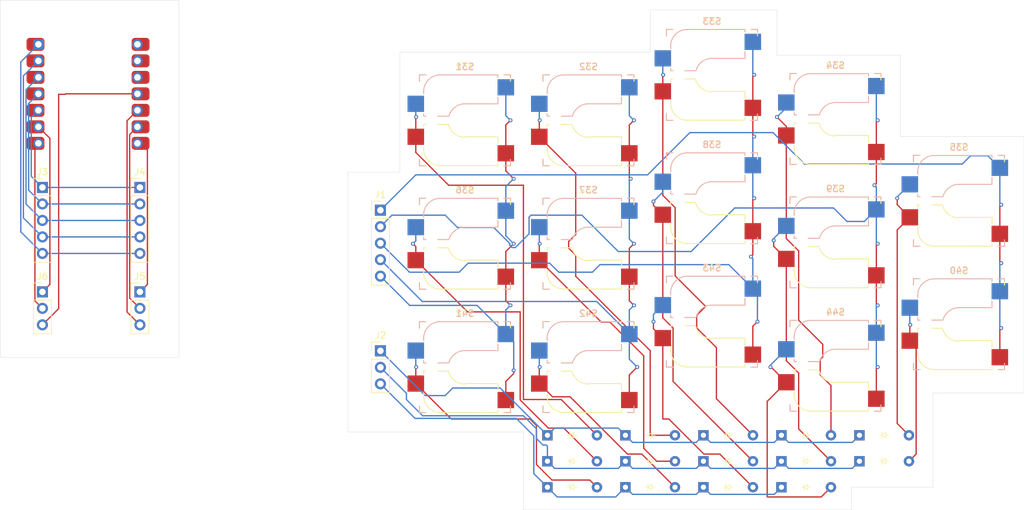
<source format=kicad_pcb>
(kicad_pcb (version 20241229) (generator "pcbnew") (generator_version "9.0")
  (layers (0 "F.Cu" signal) (2 "B.Cu" signal) (13 "F.Paste" user) (15 "B.Paste" user) (5 "F.SilkS" user "F.Silkscreen") (7 "B.SilkS" user "B.Silkscreen") (1 "F.Mask" user) (3 "B.Mask" user) (25 "Edge.Cuts" user))
  (net 0 "")
  (net 1 "/row0")
  (net 2 "Net-(a31-A)")
  (net 3 "Net-(a32-A)")
  (net 4 "/row1")
  (net 5 "Net-(a40-A)")
  (net 6 "Net-(a41-A)")
  (net 7 "Net-(a42-A)")
  (net 8 "/col0")
  (net 9 "/col1")
  (net 10 "/col2")
  (net 11 "/col3")
  (net 12 "/col4")
  (net 13 "Net-(a00-A)")
  (net 14 "Net-(a01-A)")
  (net 15 "Net-(a10-A)")
  (net 16 "Net-(a11-A)")
  (net 17 "Net-(a12-A)")
  (net 18 "Net-(a20-A)")
  (net 19 "Net-(a21-A)")
  (net 20 "Net-(a22-A)")
  (net 21 "Net-(a30-A)")
  (net 22 "Net-(J2-Pin_3)")
  (net 23 "Net-(J3-Pin_4)")
  (net 24 "Net-(J3-Pin_2)")
  (net 25 "Net-(J3-Pin_1)")
  (net 26 "Net-(J3-Pin_3)")
  (net 27 "Net-(J3-Pin_5)")
  (net 28 "Net-(J5-Pin_3)")
  (net 29 "Net-(J5-Pin_2)")
  (net 30 "Net-(J5-Pin_1)")
  (net 31 "Net-(J6-Pin_1)")
  (net 32 "Net-(J6-Pin_3)")
  (net 33 "Net-(J6-Pin_2)")
  (footprint "ScottoKeebs_Components:Diode_DO-35" (layer "F.Cu") (at 235.425 97.2)
    (property "Reference" "a10" (hide yes))
    (property "Value" "Diode" (hide yes))
  )
  (footprint "ScottoKeebs_Components:Diode_DO-35" (layer "F.Cu") (at 247.425 97.2)
    (property "Reference" "a00" (hide yes))
    (property "Value" "Diode" (hide yes))
  )
  (footprint "ScottoKeebs_Components:Diode_DO-35" (layer "F.Cu") (at 223.425 105.2)
    (property "Reference" "a22" (hide yes))
    (property "Value" "Diode" (hide yes))
  )
  (footprint "ScottoKeebs_Components:Diode_DO-35" (layer "F.Cu") (at 235.425 105.2)
    (property "Reference" "a12" (hide yes))
    (property "Value" "Diode" (hide yes))
  )
  (footprint "daprice_keyswitches:Kailh_socket_MX_reversible" (layer "F.Cu") (at 243.735 86.5)
    (property "Reference" "S44")
    (property "Value" "a12")
  )
  (footprint "ScottoKeebs_Components:Diode_DO-35" (layer "F.Cu") (at 223.425 97.2)
    (property "Reference" "a20" (hide yes))
    (property "Value" "Diode" (hide yes))
  )
  (footprint "Connector_PinHeader_2.54mm:PinHeader_1x05_P2.54mm_Vertical" (layer "F.Cu") (at 136.735 59.04)
    (property "Reference" "J4")
    (property "Value" "Conn_01x05")
  )
  (footprint "daprice_keyswitches:Kailh_socket_MX_reversible" (layer "F.Cu") (at 243.735 48.5)
    (property "Reference" "S34")
    (property "Value" "a10")
  )
  (footprint "daprice_keyswitches:Kailh_socket_MX_reversible" (layer "F.Cu") (at 186.735 86.7)
    (property "Reference" "S41")
    (property "Value" "a42")
  )
  (footprint "Connector_PinHeader_2.54mm:PinHeader_1x03_P2.54mm_Vertical" (layer "F.Cu") (at 136.735 75.12)
    (property "Reference" "J5")
    (property "Value" "Conn_01x03")
  )
  (footprint "ScottoKeebs_Components:Diode_DO-35" (layer "F.Cu") (at 199.425 101.2)
    (property "Reference" "a41" (hide yes))
    (property "Value" "Diode" (hide yes))
  )
  (footprint "ScottoKeebs_MCU:Seeed_XIAO_RP2040" (layer "F.Cu") (at 128.735 44.625)
    (property "Reference" "U1" (hide yes))
    (property "Value" "MCU_Seeed_XIAO_RP2040")
  )
  (footprint "daprice_keyswitches:Kailh_socket_MX_reversible" (layer "F.Cu") (at 205.735 86.7)
    (property "Reference" "S42")
    (property "Value" "a32")
  )
  (footprint "daprice_keyswitches:Kailh_socket_MX_reversible" (layer "F.Cu") (at 262.735 80.1)
    (property "Reference" "S40")
    (property "Value" "a01")
  )
  (footprint "Connector_PinHeader_2.54mm:PinHeader_1x05_P2.54mm_Vertical" (layer "F.Cu") (at 121.735 59.04)
    (property "Reference" "J3")
    (property "Value" "Conn_01x05")
  )
  (footprint "daprice_keyswitches:Kailh_socket_MX_reversible" (layer "F.Cu") (at 186.735 48.7)
    (property "Reference" "S31")
    (property "Value" "a40")
  )
  (footprint "ScottoKeebs_Components:Diode_DO-35" (layer "F.Cu") (at 247.425 101.2)
    (property "Reference" "a01" (hide yes))
    (property "Value" "Diode" (hide yes))
  )
  (footprint "daprice_keyswitches:Kailh_socket_MX_reversible" (layer "F.Cu") (at 224.735 41.7)
    (property "Reference" "S33")
    (property "Value" "a20")
  )
  (footprint "daprice_keyswitches:Kailh_socket_MX_reversible" (layer "F.Cu") (at 205.735 67.7)
    (property "Reference" "S37")
    (property "Value" "a31")
  )
  (footprint "ScottoKeebs_Components:Diode_DO-35" (layer "F.Cu") (at 211.425 97.2)
    (property "Reference" "a30" (hide yes))
    (property "Value" "Diode" (hide yes))
  )
  (footprint "daprice_keyswitches:Kailh_socket_MX_reversible" (layer "F.Cu") (at 205.735 48.7)
    (property "Reference" "S32")
    (property "Value" "a30")
  )
  (footprint "ScottoKeebs_Components:Diode_DO-35" (layer "F.Cu") (at 199.425 105.2)
    (property "Reference" "a42" (hide yes))
    (property "Value" "Diode" (hide yes))
  )
  (footprint "ScottoKeebs_Components:Diode_DO-35" (layer "F.Cu") (at 223.425 101.2)
    (property "Reference" "a21" (hide yes))
    (property "Value" "Diode" (hide yes))
  )
  (footprint "ScottoKeebs_Components:Diode_DO-35" (layer "F.Cu") (at 199.425 97.2)
    (property "Reference" "a40" (hide yes))
    (property "Value" "Diode" (hide yes))
  )
  (footprint "Connector_PinHeader_2.54mm:PinHeader_1x03_P2.54mm_Vertical" (layer "F.Cu") (at 121.735 75.12)
    (property "Reference" "J6")
    (property "Value" "Conn_01x03")
  )
  (footprint "ScottoKeebs_Components:Diode_DO-35" (layer "F.Cu") (at 235.425 101.2)
    (property "Reference" "a11" (hide yes))
    (property "Value" "Diode" (hide yes))
  )
  (footprint "daprice_keyswitches:Kailh_socket_MX_reversible" (layer "F.Cu") (at 224.735 79.7)
    (property "Reference" "S43")
    (property "Value" "a22")
  )
  (footprint "ScottoKeebs_Components:Diode_DO-35" (layer "F.Cu") (at 211.425 101.2)
    (property "Reference" "a31" (hide yes))
    (property "Value" "Diode" (hide yes))
  )
  (footprint "daprice_keyswitches:Kailh_socket_MX_reversible" (layer "F.Cu") (at 186.735 67.7)
    (property "Reference" "S36")
    (property "Value" "a41")
  )
  (footprint "daprice_keyswitches:Kailh_socket_MX_reversible" (layer "F.Cu") (at 224.735 60.7)
    (property "Reference" "S38")
    (property "Value" "a21")
  )
  (footprint "daprice_keyswitches:Kailh_socket_MX_reversible" (layer "F.Cu") (at 262.735 61.1)
    (property "Reference" "S35")
    (property "Value" "a00")
  )
  (footprint "Connector_PinHeader_2.54mm:PinHeader_1x03_P2.54mm_Vertical" (layer "F.Cu") (at 173.735 84.2)
    (property "Reference" "J2")
    (property "Value" "Conn_01x03")
  )
  (footprint "Connector_PinHeader_2.54mm:PinHeader_1x05_P2.54mm_Vertical" (layer "F.Cu") (at 173.735 62.54)
    (property "Reference" "J1")
    (property "Value" "Conn_01x05")
  )
  (footprint "ScottoKeebs_Components:Diode_DO-35" (layer "F.Cu") (at 211.425 105.2)
    (property "Reference" "a32" (hide yes))
    (property "Value" "Diode" (hide yes))
  )
  (footprint "daprice_keyswitches:Kailh_socket_MX_reversible" (layer "F.Cu") (at 243.735 67.5)
    (property "Reference" "S39")
    (property "Value" "a11")
  )
  (gr_line (start 168.735 96.7) (end 168.735 56.7) (stroke (width 0.05)) (layer "Edge.Cuts"))
  (gr_line (start 246.235 108.7) (end 195.735 108.7) (stroke (width 0.05)) (layer "Edge.Cuts"))
  (gr_line (start 234.735 38.7) (end 253.735 38.7) (stroke (width 0.05)) (layer "Edge.Cuts"))
  (gr_line (start 234.735 31.7) (end 234.735 38.7) (stroke (width 0.05)) (layer "Edge.Cuts"))
  (gr_line (start 246.235 108.7) (end 246.235 105.2) (stroke (width 0.05)) (layer "Edge.Cuts"))
  (gr_rect (start 115.235 30.2) (end 142.735 85.2) (stroke (width 0.05)) (fill no) (layer "Edge.Cuts"))
  (gr_line (start 258.735 105.2) (end 246.235 105.2) (stroke (width 0.05)) (layer "Edge.Cuts"))
  (gr_line (start 253.735 38.7) (end 253.735 51.2) (stroke (width 0.05)) (layer "Edge.Cuts"))
  (gr_line (start 175.735 96.7) (end 168.735 96.7) (stroke (width 0.05)) (layer "Edge.Cuts"))
  (gr_line (start 195.735 96.7) (end 175.735 96.7) (stroke (width 0.05)) (layer "Edge.Cuts"))
  (gr_line (start 176.735 38.2) (end 215.235 38.2) (stroke (width 0.05)) (layer "Edge.Cuts"))
  (gr_line (start 258.735 90.7) (end 258.735 105.2) (stroke (width 0.05)) (layer "Edge.Cuts"))
  (gr_line (start 272.735 51.2) (end 272.735 90.7) (stroke (width 0.05)) (layer "Edge.Cuts"))
  (gr_line (start 176.735 56.7) (end 176.735 38.2) (stroke (width 0.05)) (layer "Edge.Cuts"))
  (gr_line (start 259.735 90.7) (end 258.735 90.7) (stroke (width 0.05)) (layer "Edge.Cuts"))
  (gr_line (start 168.735 56.7) (end 176.735 56.7) (stroke (width 0.05)) (layer "Edge.Cuts"))
  (gr_line (start 272.735 90.7) (end 259.735 90.7) (stroke (width 0.05)) (layer "Edge.Cuts"))
  (gr_line (start 195.735 108.7) (end 195.735 96.7) (stroke (width 0.05)) (layer "Edge.Cuts"))
  (gr_line (start 215.235 31.7) (end 234.735 31.7) (stroke (width 0.05)) (layer "Edge.Cuts"))
  (gr_line (start 215.235 31.7) (end 215.235 38.2) (stroke (width 0.05)) (layer "Edge.Cuts"))
  (gr_line (start 253.735 51.2) (end 272.735 51.2) (stroke (width 0.05)) (layer "Edge.Cuts"))
  (segment (start 200.526 96.099) (end 199.425 97.2) (width 0.2) (layer "B.Cu") (net 1))
  (segment (start 234.324 98.301) (end 235.425 97.2) (width 0.2) (layer "B.Cu") (net 1))
  (segment (start 199.425 97.2) (end 192.154 89.929) (width 0.2) (layer "B.Cu") (net 1))
  (segment (start 236.526 98.301) (end 246.324 98.301) (width 0.2) (layer "B.Cu") (net 1))
  (segment (start 224.526 98.301) (end 234.324 98.301) (width 0.2) (layer "B.Cu") (net 1))
  (segment (start 210.324 96.099) (end 200.526 96.099) (width 0.2) (layer "B.Cu") (net 1))
  (segment (start 211.425 97.2) (end 210.324 96.099) (width 0.2) (layer "B.Cu") (net 1))
  (segment (start 180.626 91.091) (end 173.735 84.2) (width 0.2) (layer "B.Cu") (net 1))
  (segment (start 184.853709 89.929) (end 183.691709 91.091) (width 0.2) (layer "B.Cu") (net 1))
  (segment (start 183.691709 91.091) (end 180.626 91.091) (width 0.2) (layer "B.Cu") (net 1))
  (segment (start 235.425 97.2) (end 236.526 98.301) (width 0.2) (layer "B.Cu") (net 1))
  (segment (start 212.526 98.301) (end 222.324 98.301) (width 0.2) (layer "B.Cu") (net 1))
  (segment (start 246.324 98.301) (end 247.425 97.2) (width 0.2) (layer "B.Cu") (net 1))
  (segment (start 211.425 97.2) (end 212.526 98.301) (width 0.2) (layer "B.Cu") (net 1))
  (segment (start 222.324 98.301) (end 223.425 97.2) (width 0.2) (layer "B.Cu") (net 1))
  (segment (start 192.154 89.929) (end 184.853709 89.929) (width 0.2) (layer "B.Cu") (net 1))
  (segment (start 223.425 97.2) (end 224.526 98.301) (width 0.2) (layer "B.Cu") (net 1))
  (segment (start 214.235 84.962291) (end 214.235 99.2) (width 0.2) (layer "F.Cu") (net 2))
  (segment (start 216.235 101.2) (end 219.045 101.2) (width 0.2) (layer "F.Cu") (net 2))
  (segment (start 198.235 67.7) (end 198.175 67.76) (width 0.2) (layer "F.Cu") (net 2))
  (segment (start 198.175 67.76) (end 198.175 70.24) (width 0.2) (layer "F.Cu") (net 2))
  (segment (start 209.041709 79.769) (end 214.235 84.962291) (width 0.2) (layer "F.Cu") (net 2))
  (segment (start 198.175 70.24) (end 207.704 79.769) (width 0.2) (layer "F.Cu") (net 2))
  (segment (start 214.235 99.2) (end 216.235 101.2) (width 0.2) (layer "F.Cu") (net 2))
  (segment (start 207.704 79.769) (end 209.041709 79.769) (width 0.2) (layer "F.Cu") (net 2))
  (via (at 198.235 67.7) (size 0.6) (drill 0.3) (layers "F.Cu" "B.Cu") (net 2))
  (segment (start 198.175 65.16) (end 198.175 67.64) (width 0.2) (layer "B.Cu") (net 2))
  (segment (start 198.175 67.64) (end 198.235 67.7) (width 0.2) (layer "B.Cu") (net 2))
  (segment (start 202.911 91.275) (end 211.735 100.099) (width 0.2) (layer "F.Cu") (net 3))
  (segment (start 200.21 91.275) (end 202.911 91.275) (width 0.2) (layer "F.Cu") (net 3))
  (segment (start 213.944 100.099) (end 219.045 105.2) (width 0.2) (layer "F.Cu") (net 3))
  (segment (start 211.735 100.099) (end 213.944 100.099) (width 0.2) (layer "F.Cu") (net 3))
  (segment (start 198.175 89.24) (end 200.21 91.275) (width 0.2) (layer "F.Cu") (net 3))
  (segment (start 198.175 86.76) (end 198.175 89.24) (width 0.2) (layer "F.Cu") (net 3))
  (segment (start 198.235 86.7) (end 198.175 86.76) (width 0.2) (layer "F.Cu") (net 3))
  (via (at 198.235 86.7) (size 0.6) (drill 0.3) (layers "F.Cu" "B.Cu") (net 3))
  (segment (start 198.175 84.16) (end 198.175 86.64) (width 0.2) (layer "B.Cu") (net 3))
  (segment (start 198.175 86.64) (end 198.235 86.7) (width 0.2) (layer "B.Cu") (net 3))
  (segment (start 212.526 102.301) (end 211.425 101.2) (width 0.2) (layer "B.Cu") (net 4))
  (segment (start 180.235 94.2) (end 177.735 91.7) (width 0.2) (layer "B.Cu") (net 4))
  (segment (start 236.526 102.301) (end 235.425 101.2) (width 0.2) (layer "B.Cu") (net 4))
  (segment (start 222.324 102.301) (end 212.526 102.301) (width 0.2) (layer "B.Cu") (net 4))
  (segment (start 224.526 102.301) (end 223.425 101.2) (width 0.2) (layer "B.Cu") (net 4))
  (segment (start 246.324 102.301) (end 236.526 102.301) (width 0.2) (layer "B.Cu") (net 4))
  (segment (start 177.735 90.74) (end 173.735 86.74) (width 0.2) (layer "B.Cu") (net 4))
  (segment (start 197.735 96.2) (end 195.735 94.2) (width 0.2) (layer "B.Cu") (net 4))
  (segment (start 223.425 101.2) (end 222.324 102.301) (width 0.2) (layer "B.Cu") (net 4))
  (segment (start 247.425 101.2) (end 246.324 102.301) (width 0.2) (layer "B.Cu") (net 4))
  (segment (start 195.735 94.2) (end 180.235 94.2) (width 0.2) (layer "B.Cu") (net 4))
  (segment (start 199.425 101.2) (end 199.425 98.89) (width 0.2) (layer "B.Cu") (net 4))
  (segment (start 211.425 101.2) (end 210.324 102.301) (width 0.2) (layer "B.Cu") (net 4))
  (segment (start 198.723 98.7) (end 197.735 97.712) (width 0.2) (layer "B.Cu") (net 4))
  (segment (start 197.735 97.712) (end 197.735 96.2) (width 0.2) (layer "B.Cu") (net 4))
  (segment (start 199.235 98.7) (end 198.723 98.7) (width 0.2) (layer "B.Cu") (net 4))
  (segment (start 200.526 102.301) (end 199.425 101.2) (width 0.2) (layer "B.Cu") (net 4))
  (segment (start 235.425 101.2) (end 234.324 102.301) (width 0.2) (layer "B.Cu") (net 4))
  (segment (start 234.324 102.301) (end 224.526 102.301) (width 0.2) (layer "B.Cu") (net 4))
  (segment (start 210.324 102.301) (end 200.526 102.301) (width 0.2) (layer "B.Cu") (net 4))
  (segment (start 177.735 91.7) (end 177.735 90.74) (width 0.2) (layer "B.Cu") (net 4))
  (segment (start 199.425 98.89) (end 199.235 98.7) (width 0.2) (layer "B.Cu") (net 4))
  (segment (start 179.175 53.64) (end 184.235 58.7) (width 0.2) (layer "F.Cu") (net 5))
  (segment (start 179.175 51.24) (end 179.175 53.64) (width 0.2) (layer "F.Cu") (net 5))
  (segment (start 179.175 48.26) (end 179.235 48.2) (width 0.2) (layer "F.Cu") (net 5))
  (segment (start 184.235 58.7) (end 195.735 58.7) (width 0.2) (layer "F.Cu") (net 5))
  (segment (start 179.175 51.24) (end 179.175 48.26) (width 0.2) (layer "F.Cu") (net 5))
  (segment (start 195.735 58.7) (end 195.735 91.7) (width 0.2) (layer "F.Cu") (net 5))
  (segment (start 201.545 91.7) (end 207.045 97.2) (width 0.2) (layer "F.Cu") (net 5))
  (segment (start 195.735 91.7) (end 201.545 91.7) (width 0.2) (layer "F.Cu") (net 5))
  (via (at 179.235 48.2) (size 0.6) (drill 0.3) (layers "F.Cu" "B.Cu") (net 5))
  (segment (start 179.175 48.14) (end 179.175 46.16) (width 0.2) (layer "B.Cu") (net 5))
  (segment (start 179.235 48.2) (end 179.175 48.14) (width 0.2) (layer "B.Cu") (net 5))
  (segment (start 178.735 67.7) (end 179.175 68.14) (width 0.2) (layer "F.Cu") (net 6))
  (segment (start 195.235 78.2) (end 195.235 91.7671) (width 0.2) (layer "F.Cu") (net 6))
  (segment (start 199.5669 96.099) (end 201.944 96.099) (width 0.2) (layer "F.Cu") (net 6))
  (segment (start 179.175 70.24) (end 187.135 78.2) (width 0.2) (layer "F.Cu") (net 6))
  (segment (start 179.175 68.14) (end 179.175 70.24) (width 0.2) (layer "F.Cu") (net 6))
  (segment (start 195.235 91.7671) (end 199.5669 96.099) (width 0.2) (layer "F.Cu") (net 6))
  (segment (start 201.944 96.099) (end 207.045 101.2) (width 0.2) (layer "F.Cu") (net 6))
  (segment (start 187.135 78.2) (end 195.235 78.2) (width 0.2) (layer "F.Cu") (net 6))
  (via (at 178.735 67.7) (size 0.6) (drill 0.3) (layers "F.Cu" "B.Cu") (net 6))
  (segment (start 179.175 65.16) (end 179.175 67.26) (width 0.2) (layer "B.Cu") (net 6))
  (segment (start 179.175 67.26) (end 178.735 67.7) (width 0.2) (layer "B.Cu") (net 6))
  (segment (start 197.735 95.7) (end 197.735 101.712) (width 0.2) (layer "F.Cu") (net 7))
  (segment (start 200.122 104.099) (end 205.944 104.099) (width 0.2) (layer "F.Cu") (net 7))
  (segment (start 179.175 86.76) (end 179.175 89.24) (width 0.2) (layer "F.Cu") (net 7))
  (segment (start 205.944 104.099) (end 207.045 105.2) (width 0.2) (layer "F.Cu") (net 7))
  (segment (start 196.735 94.7) (end 197.735 95.7) (width 0.2) (layer "F.Cu") (net 7))
  (segment (start 179.235 86.7) (end 179.175 86.76) (width 0.2) (layer "F.Cu") (net 7))
  (segment (start 197.735 101.712) (end 200.122 104.099) (width 0.2) (layer "F.Cu") (net 7))
  (segment (start 184.635 94.7) (end 196.735 94.7) (width 0.2) (layer "F.Cu") (net 7))
  (segment (start 179.175 89.24) (end 184.635 94.7) (width 0.2) (layer "F.Cu") (net 7))
  (via (at 179.235 86.7) (size 0.6) (drill 0.3) (layers "F.Cu" "B.Cu") (net 7))
  (segment (start 179.175 84.16) (end 179.175 86.64) (width 0.2) (layer "B.Cu") (net 7))
  (segment (start 179.175 86.64) (end 179.235 86.7) (width 0.2) (layer "B.Cu") (net 7))
  (segment (start 193.025 76.49) (end 193.735 77.2) (width 0.2) (layer "F.Cu") (net 8))
  (segment (start 193.025 49.41) (end 193.025 53.78) (width 0.2) (layer "F.Cu") (net 8))
  (segment (start 194.235 87.7) (end 193.025 88.91) (width 0.2) (layer "F.Cu") (net 8))
  (segment (start 193.025 68.91) (end 193.025 72.78) (width 0.2) (layer "F.Cu") (net 8))
  (segment (start 193.025 56.49) (end 194.235 57.7) (width 0.2) (layer "F.Cu") (net 8))
  (segment (start 193.025 72.78) (end 193.025 76.49) (width 0.2) (layer "F.Cu") (net 8))
  (segment (start 193.025 88.91) (end 193.025 91.78) (width 0.2) (layer "F.Cu") (net 8))
  (segment (start 194.235 87.2) (end 194.235 87.7) (width 0.2) (layer "F.Cu") (net 8))
  (segment (start 193.025 53.78) (end 193.025 56.49) (width 0.2) (layer "F.Cu") (net 8))
  (segment (start 193.735 48.7) (end 193.025 49.41) (width 0.2) (layer "F.Cu") (net 8))
  (segment (start 194.235 67.7) (end 193.025 68.91) (width 0.2) (layer "F.Cu") (net 8))
  (via (at 194.235 57.7) (size 0.6) (drill 0.3) (layers "F.Cu" "B.Cu") (net 8))
  (via (at 193.735 77.2) (size 0.6) (drill 0.3) (layers "F.Cu" "B.Cu") (net 8))
  (via (at 193.735 48.7) (size 0.6) (drill 0.3) (layers "F.Cu" "B.Cu") (net 8))
  (via (at 194.235 87.2) (size 0.6) (drill 0.3) (layers "F.Cu" "B.Cu") (net 8))
  (via (at 194.235 67.7) (size 0.6) (drill 0.3) (layers "F.Cu" "B.Cu") (net 8))
  (segment (start 193.025 62.62) (end 193.025 66.49) (width 0.2) (layer "B.Cu") (net 8))
  (segment (start 194.235 82.83) (end 194.235 87.2) (width 0.2) (layer "B.Cu") (net 8))
  (segment (start 188.605 77.2) (end 193.025 81.62) (width 0.2) (layer "B.Cu") (net 8))
  (segment (start 178.235 77.2) (end 188.605 77.2) (width 0.2) (layer "B.Cu") (net 8))
  (segment (start 193.025 58.91) (end 193.025 62.62) (width 0.2) (layer "B.Cu") (net 8))
  (segment (start 194.235 57.7) (end 193.025 58.91) (width 0.2) (layer "B.Cu") (net 8))
  (segment (start 193.025 47.99) (end 193.735 48.7) (width 0.2) (layer "B.Cu") (net 8))
  (segment (start 193.025 66.49) (end 194.235 67.7) (width 0.2) (layer "B.Cu") (net 8))
  (segment (start 173.735 72.7) (end 178.235 77.2) (width 0.2) (layer "B.Cu") (net 8))
  (segment (start 193.735 77.2) (end 193.025 77.91) (width 0.2) (layer "B.Cu") (net 8))
  (segment (start 193.025 81.62) (end 194.235 82.83) (width 0.2) (layer "B.Cu") (net 8))
  (segment (start 193.025 77.91) (end 193.025 81.62) (width 0.2) (layer "B.Cu") (net 8))
  (segment (start 193.025 43.62) (end 193.025 47.99) (width 0.2) (layer "B.Cu") (net 8))
  (segment (start 213.235 86.7) (end 212.025 87.91) (width 0.2) (layer "F.Cu") (net 9))
  (segment (start 212.025 68.41) (end 212.025 72.78) (width 0.2) (layer "F.Cu") (net 9))
  (segment (start 212.025 76.49) (end 212.735 77.2) (width 0.2) (layer "F.Cu") (net 9))
  (segment (start 212.025 53.78) (end 212.025 57.49) (width 0.2) (layer "F.Cu") (net 9))
  (segment (start 212.025 49.41) (end 212.025 53.78) (width 0.2) (layer "F.Cu") (net 9))
  (segment (start 212.025 57.49) (end 212.235 57.7) (width 0.2) (layer "F.Cu") (net 9))
  (segment (start 212.735 67.7) (end 212.025 68.41) (width 0.2) (layer "F.Cu") (net 9))
  (segment (start 212.735 48.7) (end 212.025 49.41) (width 0.2) (layer "F.Cu") (net 9))
  (segment (start 212.025 87.91) (end 212.025 91.78) (width 0.2) (layer "F.Cu") (net 9))
  (segment (start 212.025 72.78) (end 212.025 76.49) (width 0.2) (layer "F.Cu") (net 9))
  (via (at 213.235 86.7) (size 0.6) (drill 0.3) (layers "F.Cu" "B.Cu") (net 9))
  (via (at 212.735 48.7) (size 0.6) (drill 0.3) (layers "F.Cu" "B.Cu") (net 9))
  (via (at 212.735 67.7) (size 0.6) (drill 0.3) (layers "F.Cu" "B.Cu") (net 9))
  (via (at 212.235 57.7) (size 0.6) (drill 0.3) (layers "F.Cu" "B.Cu") (net 9))
  (via (at 212.735 77.2) (size 0.6) (drill 0.3) (layers "F.Cu" "B.Cu") (net 9))
  (segment (start 212.235 57.7) (end 212.025 57.91) (width 0.2) (layer "B.Cu") (net 9))
  (segment (start 180.174 76.599) (end 207.004 76.599) (width 0.2) (layer "B.Cu") (net 9))
  (segment (start 212.735 77.2) (end 212.025 77.91) (width 0.2) (layer "B.Cu") (net 9))
  (segment (start 173.735 70.16) (end 180.174 76.599) (width 0.2) (layer "B.Cu") (net 9))
  (segment (start 212.025 77.91) (end 212.025 81.62) (width 0.2) (layer "B.Cu") (net 9))
  (segment (start 212.025 43.62) (end 212.025 47.99) (width 0.2) (layer "B.Cu") (net 9))
  (segment (start 212.025 57.91) (end 212.025 62.62) (width 0.2) (layer "B.Cu") (net 9))
  (segment (start 207.004 76.599) (end 212.025 81.62) (width 0.2) (layer "B.Cu") (net 9))
  (segment (start 212.025 47.99) (end 212.735 48.7) (width 0.2) (layer "B.Cu") (net 9))
  (segment (start 212.025 85.49) (end 213.235 86.7) (width 0.2) (layer "B.Cu") (net 9))
  (segment (start 212.025 66.99) (end 212.735 67.7) (width 0.2) (layer "B.Cu") (net 9))
  (segment (start 212.025 62.62) (end 212.025 66.99) (width 0.2) (layer "B.Cu") (net 9))
  (segment (start 212.025 81.62) (end 212.025 85.49) (width 0.2) (layer "B.Cu") (net 9))
  (segment (start 231.235 60.7) (end 231.025 60.91) (width 0.2) (layer "F.Cu") (net 10))
  (segment (start 231.735 79.7) (end 231.025 80.41) (width 0.2) (layer "F.Cu") (net 10))
  (segment (start 231.025 46.78) (end 231.025 50.99) (width 0.2) (layer "F.Cu") (net 10))
  (segment (start 231.025 65.78) (end 231.025 69.41) (width 0.2) (layer "F.Cu") (net 10))
  (segment (start 231.025 69.41) (end 230.735 69.7) (width 0.2) (layer "F.Cu") (net 10))
  (segment (start 231.235 41.7) (end 231.025 41.91) (width 0.2) (layer "F.Cu") (net 10))
  (segment (start 231.025 60.91) (end 231.025 65.78) (width 0.2) (layer "F.Cu") (net 10))
  (segment (start 231.025 80.41) (end 231.025 84.78) (width 0.2) (layer "F.Cu") (net 10))
  (segment (start 231.025 50.99) (end 231.235 51.2) (width 0.2) (layer "F.Cu") (net 10))
  (segment (start 231.025 41.91) (end 231.025 46.78) (width 0.2) (layer "F.Cu") (net 10))
  (via (at 231.735 79.7) (size 0.6) (drill 0.3) (layers "F.Cu" "B.Cu") (net 10))
  (via (at 230.735 69.7) (size 0.6) (drill 0.3) (layers "F.Cu" "B.Cu") (net 10))
  (via (at 231.235 51.2) (size 0.6) (drill 0.3) (layers "F.Cu" "B.Cu") (net 10))
  (via (at 231.235 60.7) (size 0.6) (drill 0.3) (layers "F.Cu" "B.Cu") (net 10))
  (via (at 231.235 41.7) (size 0.6) (drill 0.3) (layers "F.Cu" "B.Cu") (net 10))
  (segment (start 231.025 51.41) (end 231.025 55.62) (width 0.2) (layer "B.Cu") (net 10))
  (segment (start 230.735 69.7) (end 231.025 69.99) (width 0.2) (layer "B.Cu") (net 10))
  (segment (start 206.346291 72.091) (end 207.508291 70.929) (width 0.2) (layer "B.Cu") (net 10))
  (segment (start 231.025 55.62) (end 231.025 60.49) (width 0.2) (layer "B.Cu") (net 10))
  (segment (start 201.158291 72.091) (end 206.346291 72.091) (width 0.2) (layer "B.Cu") (net 10))
  (segment (start 231.025 69.99) (end 231.025 74.62) (width 0.2) (layer "B.Cu") (net 10))
  (segment (start 227.334 70.929) (end 231.025 74.62) (width 0.2) (layer "B.Cu") (net 10))
  (segment (start 231.025 41.49) (end 231.235 41.7) (width 0.2) (layer "B.Cu") (net 10))
  (segment (start 231.025 36.62) (end 231.025 41.49) (width 0.2) (layer "B.Cu") (net 10))
  (segment (start 178.206 72.091) (end 185.844 72.091) (width 0.2) (layer "B.Cu") (net 10))
  (segment (start 185.844 72.091) (end 187.235 70.7) (width 0.2) (layer "B.Cu") (net 10))
  (segment (start 187.235 70.7) (end 199.767291 70.7) (width 0.2) (layer "B.Cu") (net 10))
  (segment (start 199.767291 70.7) (end 201.158291 72.091) (width 0.2) (layer "B.Cu") (net 10))
  (segment (start 231.025 60.49) (end 231.235 60.7) (width 0.2) (layer "B.Cu") (net 10))
  (segment (start 173.735 67.62) (end 178.206 72.091) (width 0.2) (layer "B.Cu") (net 10))
  (segment (start 231.025 74.62) (end 231.735 75.33) (width 0.2) (layer "B.Cu") (net 10))
  (segment (start 207.508291 70.929) (end 227.334 70.929) (width 0.2) (layer "B.Cu") (net 10))
  (segment (start 231.735 75.33) (end 231.735 79.7) (width 0.2) (layer "B.Cu") (net 10))
  (segment (start 231.235 51.2) (end 231.025 51.41) (width 0.2) (layer "B.Cu") (net 10))
  (segment (start 250.025 48.91) (end 250.025 53.58) (width 0.2) (layer "F.Cu") (net 11))
  (segment (start 250.025 76.99) (end 250.235 77.2) (width 0.2) (layer "F.Cu") (net 11))
  (segment (start 250.025 72.58) (end 250.025 76.99) (width 0.2) (layer "F.Cu") (net 11))
  (segment (start 250.025 67.91) (end 250.025 72.58) (width 0.2) (layer "F.Cu") (net 11))
  (segment (start 250.235 48.7) (end 250.025 48.91) (width 0.2) (layer "F.Cu") (net 11))
  (segment (start 250.025 86.91) (end 250.025 91.58) (width 0.2) (layer "F.Cu") (net 11))
  (segment (start 250.025 58.41) (end 249.735 58.7) (width 0.2) (layer "F.Cu") (net 11))
  (segment (start 250.235 86.7) (end 250.025 86.91) (width 0.2) (layer "F.Cu") (net 11))
  (segment (start 250.235 67.7) (end 250.025 67.91) (width 0.2) (layer "F.Cu") (net 11))
  (segment (start 250.025 53.58) (end 250.025 58.41) (width 0.2) (layer "F.Cu") (net 11))
  (via (at 249.735 58.7) (size 0.6) (drill 0.3) (layers "F.Cu" "B.Cu") (net 11))
  (via (at 250.235 77.2) (size 0.6) (drill 0.3) (layers "F.Cu" "B.Cu") (net 11))
  (via (at 250.235 86.7) (size 0.6) (drill 0.3) (layers "F.Cu" "B.Cu") (net 11))
  (via (at 250.235 48.7) (size 0.6) (drill 0.3) (layers "F.Cu" "B.Cu") (net 11))
  (via (at 250.235 67.7) (size 0.6) (drill 0.3) (layers "F.Cu" "B.Cu") (net 11))
  (segment (start 221.535391 68.9019) (end 228.237291 62.2) (width 0.2) (layer "B.Cu") (net 11))
  (segment (start 228.237291 62.2) (end 243.437291 62.2) (width 0.2) (layer "B.Cu") (net 11))
  (segment (start 194.483943 68.301) (end 196.599 66.185943) (width 0.2) (layer "B.Cu") (net 11))
  (segment (start 250.025 77.41) (end 250.025 81.42) (width 0.2) (layer "B.Cu") (net 11))
  (segment (start 196.899 63.309) (end 204.724257 63.309) (width 0.2) (layer "B.Cu") (net 11))
  (segment (start 250.025 86.49) (end 250.235 86.7) (width 0.2) (layer "B.Cu") (net 11))
  (segment (start 250.025 62.42) (end 250.025 67.49) (width 0.2) (layer "B.Cu") (net 11))
  (segment (start 173.735 65.08) (end 175.506 63.309) (width 0.2) (layer "B.Cu") (net 11))
  (segment (start 250.025 81.42) (end 250.025 86.49) (width 0.2) (layer "B.Cu") (net 11))
  (segment (start 185.582709 65.2) (end 191.1679 65.2) (width 0.2) (layer "B.Cu") (net 11))
  (segment (start 243.437291 62.2) (end 245.508291 64.271) (width 0.2) (layer "B.Cu") (net 11))
  (segment (start 245.508291 64.271) (end 248.174 64.271) (width 0.2) (layer "B.Cu") (net 11))
  (segment (start 204.724257 63.309) (end 210.317157 68.9019) (width 0.2) (layer "B.Cu") (net 11))
  (segment (start 193.634 67.948943) (end 193.986057 68.301) (width 0.2) (layer "B.Cu") (net 11))
  (segment (start 250.025 67.49) (end 250.235 67.7) (width 0.2) (layer "B.Cu") (net 11))
  (segment (start 248.174 64.271) (end 250.025 62.42) (width 0.2) (layer "B.Cu") (net 11))
  (segment (start 250.025 58.99) (end 250.025 62.42) (width 0.2) (layer "B.Cu") (net 11))
  (segment (start 196.599 63.609) (end 196.899 63.309) (width 0.2) (layer "B.Cu") (net 11))
  (segment (start 196.599 66.185943) (end 196.599 63.609) (width 0.2) (layer "B.Cu") (net 11))
  (segment (start 250.025 43.42) (end 250.025 48.49) (width 0.2) (layer "B.Cu") (net 11))
  (segment (start 175.506 63.309) (end 183.691709 63.309) (width 0.2) (layer "B.Cu") (net 11))
  (segment (start 249.735 58.7) (end 250.025 58.99) (width 0.2) (layer "B.Cu") (net 11))
  (segment (start 193.634 67.6661) (end 193.634 67.948943) (width 0.2) (layer "B.Cu") (net 11))
  (segment (start 250.025 48.49) (end 250.235 48.7) (width 0.2) (layer "B.Cu") (net 11))
  (segment (start 210.317157 68.9019) (end 221.535391 68.9019) (width 0.2) (layer "B.Cu") (net 11))
  (segment (start 191.1679 65.2) (end 193.634 67.6661) (width 0.2) (layer "B.Cu") (net 11))
  (segment (start 193.986057 68.301) (end 194.483943 68.301) (width 0.2) (layer "B.Cu") (net 11))
  (segment (start 183.691709 63.309) (end 185.582709 65.2) (width 0.2) (layer "B.Cu") (net 11))
  (segment (start 250.235 77.2) (end 250.025 77.41) (width 0.2) (layer "B.Cu") (net 11))
  (segment (start 269.235 80.7) (end 269.025 80.91) (width 0.2) (layer "F.Cu") (net 12))
  (segment (start 269.025 70.49) (end 269.235 70.7) (width 0.2) (layer "F.Cu") (net 12))
  (segment (start 269.025 61.91) (end 269.025 66.18) (width 0.2) (layer "F.Cu") (net 12))
  (segment (start 269.235 61.7) (end 269.025 61.91) (width 0.2) (layer "F.Cu") (net 12))
  (segment (start 269.025 80.91) (end 269.025 85.18) (width 0.2) (layer "F.Cu") (net 12))
  (segment (start 269.025 66.18) (end 269.025 70.49) (width 0.2) (layer "F.Cu") (net 12))
  (via (at 269.235 61.7) (size 0.6) (drill 0.3) (layers "F.Cu" "B.Cu") (net 12))
  (via (at 269.235 70.7) (size 0.6) (drill 0.3) (layers "F.Cu" "B.Cu") (net 12))
  (via (at 269.235 80.7) (size 0.6) (drill 0.3) (layers "F.Cu" "B.Cu") (net 12))
  (segment (start 269.025 75.02) (end 269.025 80.49) (width 0.2) (layer "B.Cu") (net 12))
  (segment (start 264.508291 54.169) (end 267.174 54.169) (width 0.2) (layer "B.Cu") (net 12))
  (segment (start 269.025 61.49) (end 269.235 61.7) (width 0.2) (layer "B.Cu") (net 12))
  (segment (start 269.025 70.91) (end 269.025 75.02) (width 0.2) (layer "B.Cu") (net 12))
  (segment (start 179.176 57.099) (end 214.836 57.099) (width 0.2) (layer "B.Cu") (net 12))
  (segment (start 263.246291 55.431) (end 264.508291 54.169) (width 0.2) (layer "B.Cu") (net 12))
  (segment (start 214.836 57.099) (end 221.336 50.599) (width 0.2) (layer "B.Cu") (net 12))
  (segment (start 238.966 55.431) (end 263.246291 55.431) (width 0.2) (layer "B.Cu") (net 12))
  (segment (start 269.025 80.49) (end 269.235 80.7) (width 0.2) (layer "B.Cu") (net 12))
  (segment (start 173.735 62.54) (end 179.176 57.099) (width 0.2) (layer "B.Cu") (net 12))
  (segment (start 267.174 54.169) (end 269.025 56.02) (width 0.2) (layer "B.Cu") (net 12))
  (segment (start 269.025 56.02) (end 269.025 61.49) (width 0.2) (layer "B.Cu") (net 12))
  (segment (start 269.235 70.7) (end 269.025 70.91) (width 0.2) (layer "B.Cu") (net 12))
  (segment (start 221.336 50.599) (end 234.134 50.599) (width 0.2) (layer "B.Cu") (net 12))
  (segment (start 234.134 50.599) (end 238.966 55.431) (width 0.2) (layer "B.Cu") (net 12))
  (segment (start 255.175 63.64) (end 253.235 65.58) (width 0.2) (layer "F.Cu") (net 13))
  (segment (start 253.235 65.58) (end 253.235 95.39) (width 0.2) (layer "F.Cu") (net 13))
  (segment (start 253.235 60.7) (end 253.235 61.7) (width 0.2) (layer "F.Cu") (net 13))
  (segment (start 253.235 95.39) (end 255.045 97.2) (width 0.2) (layer "F.Cu") (net 13))
  (segment (start 253.235 61.7) (end 255.175 63.64) (width 0.2) (layer "F.Cu") (net 13))
  (via (at 253.235 60.7) (size 0.6) (drill 0.3) (layers "F.Cu" "B.Cu") (net 13))
  (segment (start 255.175 58.56) (end 253.235 60.5) (width 0.2) (layer "B.Cu") (net 13))
  (segment (start 253.235 60.5) (end 253.235 60.7) (width 0.2) (layer "B.Cu") (net 13))
  (segment (start 256.146 83.611) (end 256.146 100.099) (width 0.2) (layer "F.Cu") (net 14))
  (segment (start 255.235 80.2) (end 255.175 80.26) (width 0.2) (layer "F.Cu") (net 14))
  (segment (start 256.146 100.099) (end 255.045 101.2) (width 0.2) (layer "F.Cu") (net 14))
  (segment (start 255.175 82.64) (end 256.146 83.611) (width 0.2) (layer "F.Cu") (net 14))
  (segment (start 255.175 80.26) (end 255.175 82.64) (width 0.2) (layer "F.Cu") (net 14))
  (via (at 255.235 80.2) (size 0.6) (drill 0.3) (layers "F.Cu" "B.Cu") (net 14))
  (segment (start 255.175 77.56) (end 255.175 80.14) (width 0.2) (layer "B.Cu") (net 14))
  (segment (start 255.175 80.14) (end 255.235 80.2) (width 0.2) (layer "B.Cu") (net 14))
  (segment (start 241.3901 85.528711) (end 241.3901 87.887391) (width 0.2) (layer "F.Cu") (net 15))
  (segment (start 236.175 49.64) (end 236.175 51.04) (width 0.2) (layer "F.Cu") (net 15))
  (segment (start 238.074 68.812) (end 238.074 79.491291) (width 0.2) (layer "F.Cu") (net 15))
  (segment (start 234.735 48.2) (end 236.175 49.64) (width 0.2) (layer "F.Cu") (net 15))
  (segment (start 236.175 66.913) (end 238.074 68.812) (width 0.2) (layer "F.Cu") (net 15))
  (segment (start 238.074 79.491291) (end 241.776 83.193291) (width 0.2) (layer "F.Cu") (net 15))
  (segment (start 243.045 89.542291) (end 243.045 97.2) (width 0.2) (layer "F.Cu") (net 15))
  (segment (start 241.3901 87.887391) (end 243.045 89.542291) (width 0.2) (layer "F.Cu") (net 15))
  (segment (start 241.776 85.142811) (end 241.3901 85.528711) (width 0.2) (layer "F.Cu") (net 15))
  (segment (start 236.175 51.04) (end 236.175 66.913) (width 0.2) (layer "F.Cu") (net 15))
  (segment (start 241.776 83.193291) (end 241.776 85.142811) (width 0.2) (layer "F.Cu") (net 15))
  (via (at 234.735 48.2) (size 0.6) (drill 0.3) (layers "F.Cu" "B.Cu") (net 15))
  (segment (start 236.175 45.96) (end 236.175 46.76) (width 0.2) (layer "B.Cu") (net 15))
  (segment (start 236.175 46.76) (end 234.735 48.2) (width 0.2) (layer "B.Cu") (net 15))
  (segment (start 234.235 68.1) (end 236.175 70.04) (width 0.2) (layer "F.Cu") (net 16))
  (segment (start 238.074 96.229) (end 243.045 101.2) (width 0.2) (layer "F.Cu") (net 16))
  (segment (start 236.175 70.04) (end 236.175 85.719743) (width 0.2) (layer "F.Cu") (net 16))
  (segment (start 234.235 67.2) (end 234.235 68.1) (width 0.2) (layer "F.Cu") (net 16))
  (segment (start 236.175 85.719743) (end 238.074 87.618743) (width 0.2) (layer "F.Cu") (net 16))
  (segment (start 238.074 87.618743) (end 238.074 96.229) (width 0.2) (layer "F.Cu") (net 16))
  (via (at 234.235 67.2) (size 0.6) (drill 0.3) (layers "F.Cu" "B.Cu") (net 16))
  (segment (start 234.235 66.9) (end 234.235 67.2) (width 0.2) (layer "B.Cu") (net 16))
  (segment (start 236.175 64.96) (end 234.235 66.9) (width 0.2) (layer "B.Cu") (net 16))
  (segment (start 241.545 106.7) (end 243.045 105.2) (width 0.2) (layer "F.Cu") (net 17))
  (segment (start 233.235 91.98) (end 233.235 106.7) (width 0.2) (layer "F.Cu") (net 17))
  (segment (start 236.175 89.04) (end 233.235 91.98) (width 0.2) (layer "F.Cu") (net 17))
  (segment (start 233.735 86.7) (end 233.835 86.7) (width 0.2) (layer "F.Cu") (net 17))
  (segment (start 233.235 106.7) (end 241.545 106.7) (width 0.2) (layer "F.Cu") (net 17))
  (segment (start 233.835 86.7) (end 236.175 89.04) (width 0.2) (layer "F.Cu") (net 17))
  (via (at 233.735 86.7) (size 0.6) (drill 0.3) (layers "F.Cu" "B.Cu") (net 17))
  (segment (start 233.735 86.4) (end 233.735 86.7) (width 0.2) (layer "B.Cu") (net 17))
  (segment (start 236.175 83.96) (end 233.735 86.4) (width 0.2) (layer "B.Cu") (net 17))
  (segment (start 219.074 72.665389) (end 223.763711 77.3551) (width 0.2) (layer "F.Cu") (net 18))
  (segment (start 217.235 41.7) (end 217.175 41.76) (width 0.2) (layer "F.Cu") (net 18))
  (segment (start 223.763711 77.3551) (end 222.3901 78.728711) (width 0.2) (layer "F.Cu") (net 18))
  (segment (start 217.175 60.252291) (end 219.074 62.151291) (width 0.2) (layer "F.Cu") (net 18))
  (segment (start 219.074 62.151291) (end 219.074 72.665389) (width 0.2) (layer "F.Cu") (net 18))
  (segment (start 222.3901 80.671289) (end 225.424 83.705189) (width 0.2) (layer "F.Cu") (net 18))
  (segment (start 225.424 91.579) (end 231.045 97.2) (width 0.2) (layer "F.Cu") (net 18))
  (segment (start 222.3901 78.728711) (end 222.3901 80.671289) (width 0.2) (layer "F.Cu") (net 18))
  (segment (start 217.175 41.76) (end 217.175 44.24) (width 0.2) (layer "F.Cu") (net 18))
  (segment (start 225.424 83.705189) (end 225.424 91.579) (width 0.2) (layer "F.Cu") (net 18))
  (segment (start 217.175 44.24) (end 217.175 60.252291) (width 0.2) (layer "F.Cu") (net 18))
  (via (at 217.235 41.7) (size 0.6) (drill 0.3) (layers "F.Cu" "B.Cu") (net 18))
  (segment (start 217.175 41.64) (end 217.235 41.7) (width 0.2) (layer "B.Cu") (net 18))
  (segment (start 217.175 39.16) (end 217.175 41.64) (width 0.2) (layer "B.Cu") (net 18))
  (segment (start 217.175 79.113) (end 218.751 80.689) (width 0.2) (layer "F.Cu") (net 19))
  (segment (start 218.751 88.906) (end 231.045 101.2) (width 0.2) (layer "F.Cu") (net 19))
  (segment (start 215.735 61.2) (end 215.735 61.8) (width 0.2) (layer "F.Cu") (net 19))
  (segment (start 217.175 63.24) (end 217.175 79.113) (width 0.2) (layer "F.Cu") (net 19))
  (segment (start 215.735 61.8) (end 217.175 63.24) (width 0.2) (layer "F.Cu") (net 19))
  (segment (start 218.751 80.689) (end 218.751 88.906) (width 0.2) (layer "F.Cu") (net 19))
  (via (at 215.735 61.2) (size 0.6) (drill 0.3) (layers "F.Cu" "B.Cu") (net 19))
  (segment (start 217.175 58.16) (end 217.175 59.76) (width 0.2) (layer "B.Cu") (net 19))
  (segment (start 217.175 59.76) (end 215.735 61.2) (width 0.2) (layer "B.Cu") (net 19))
  (segment (start 223.50105 100.099) (end 225.944 100.099) (width 0.2) (layer "F.Cu") (net 20))
  (segment (start 217.175 82.24) (end 217.175 94.64) (width 0.2) (layer "F.Cu") (net 20))
  (segment (start 217.235 94.7) (end 218.10205 94.7) (width 0.2) (layer "F.Cu") (net 20))
  (segment (start 225.944 100.099) (end 231.045 105.2) (width 0.2) (layer "F.Cu") (net 20))
  (segment (start 215.735 80.8) (end 217.175 82.24) (width 0.2) (layer "F.Cu") (net 20))
  (segment (start 217.175 94.64) (end 217.235 94.7) (width 0.2) (layer "F.Cu") (net 20))
  (segment (start 215.735 79.7) (end 215.735 80.8) (width 0.2) (layer "F.Cu") (net 20))
  (segment (start 218.10205 94.7) (end 223.50105 100.099) (width 0.2) (layer "F.Cu") (net 20))
  (via (at 215.735 79.7) (size 0.6) (drill 0.3) (layers "F.Cu" "B.Cu") (net 20))
  (segment (start 217.175 77.16) (end 215.735 78.6) (width 0.2) (layer "B.Cu") (net 20))
  (segment (start 215.735 78.6) (end 215.735 79.7) (width 0.2) (layer "B.Cu") (net 20))
  (segment (start 203.776 72.714) (end 215.235 84.173) (width 0.2) (layer "F.Cu") (net 21))
  (segment (start 203.776 66.278743) (end 202.691709 67.363034) (width 0.2) (layer "F.Cu") (net 21))
  (segment (start 203.776 69.473291) (end 203.776 72.714) (width 0.2) (layer "F.Cu") (net 21))
  (segment (start 215.235 97.2) (end 219.045 97.2) (width 0.2) (layer "F.Cu") (net 21))
  (segment (start 202.691709 68.389) (end 203.776 69.473291) (width 0.2) (layer "F.Cu") (net 21))
  (segment (start 198.175 51.24) (end 203.776 56.841) (width 0.2) (layer "F.Cu") (net 21))
  (segment (start 203.776 56.841) (end 203.776 66.278743) (width 0.2) (layer "F.Cu") (net 21))
  (segment (start 198.175 48.76) (end 198.175 51.24) (width 0.2) (layer "F.Cu") (net 21))
  (segment (start 215.235 84.173) (end 215.235 97.2) (width 0.2) (layer "F.Cu") (net 21))
  (segment (start 198.235 48.7) (end 198.175 48.76) (width 0.2) (layer "F.Cu") (net 21))
  (segment (start 202.691709 67.363034) (end 202.691709 68.389) (width 0.2) (layer "F.Cu") (net 21))
  (via (at 198.235 48.7) (size 0.6) (drill 0.3) (layers "F.Cu" "B.Cu") (net 21))
  (segment (start 198.175 48.64) (end 198.235 48.7) (width 0.2) (layer "B.Cu") (net 21))
  (segment (start 198.175 46.16) (end 198.175 48.64) (width 0.2) (layer "B.Cu") (net 21))
  (segment (start 212.526 106.301) (end 222.324 106.301) (width 0.2) (layer "B.Cu") (net 22))
  (segment (start 199.425 105.2) (end 200.925 106.7) (width 0.2) (layer "B.Cu") (net 22))
  (segment (start 197.334 103.109) (end 199.425 105.2) (width 0.2) (layer "B.Cu") (net 22))
  (segment (start 223.425 105.2) (end 224.526 106.301) (width 0.2) (layer "B.Cu") (net 22))
  (segment (start 179.056 94.601) (end 194.636 94.601) (width 0.2) (layer "B.Cu") (net 22))
  (segment (start 211.425 105.2) (end 212.526 106.301) (width 0.2) (layer "B.Cu") (net 22))
  (segment (start 224.526 106.301) (end 234.324 106.301) (width 0.2) (layer "B.Cu") (net 22))
  (segment (start 200.925 106.7) (end 209.925 106.7) (width 0.2) (layer "B.Cu") (net 22))
  (segment (start 222.324 106.301) (end 223.425 105.2) (width 0.2) (layer "B.Cu") (net 22))
  (segment (start 234.324 106.301) (end 235.425 105.2) (width 0.2) (layer "B.Cu") (net 22))
  (segment (start 209.925 106.7) (end 211.425 105.2) (width 0.2) (layer "B.Cu") (net 22))
  (segment (start 173.735 89.28) (end 179.056 94.601) (width 0.2) (layer "B.Cu") (net 22))
  (segment (start 194.636 94.601) (end 197.334 97.299) (width 0.2) (layer "B.Cu") (net 22))
  (segment (start 197.334 97.299) (end 197.334 103.109) (width 0.2) (layer "B.Cu") (net 22))
  (segment (start 118.811 41.849) (end 121.115 39.545) (width 0.2) (layer "B.Cu") (net 23))
  (segment (start 121.735 66.66) (end 136.735 66.66) (width 0.2) (layer "B.Cu") (net 23))
  (segment (start 118.811 63.736) (end 118.811 41.849) (width 0.2) (layer "B.Cu") (net 23))
  (segment (start 121.735 66.66) (end 118.811 63.736) (width 0.2) (layer "B.Cu") (net 23))
  (segment (start 121.735 61.58) (end 119.613 59.458) (width 0.2) (layer "B.Cu") (net 24))
  (segment (start 119.613 59.458) (end 119.613 46.127) (width 0.2) (layer "B.Cu") (net 24))
  (segment (start 119.613 46.127) (end 121.115 44.625) (width 0.2) (layer "B.Cu") (net 24))
  (segment (start 121.735 61.58) (end 136.735 61.58) (width 0.2) (layer "B.Cu") (net 24))
  (segment (start 136.735 59.04) (end 121.735 59.04) (width 0.2) (layer "B.Cu") (net 25))
  (segment (start 120.014 48.266) (end 121.115 47.165) (width 0.2) (layer "B.Cu") (net 25))
  (segment (start 120.014 57.319) (end 120.014 48.266) (width 0.2) (layer "B.Cu") (net 25))
  (segment (start 121.735 59.04) (end 120.014 57.319) (width 0.2) (layer "B.Cu") (net 25))
  (segment (start 136.735 64.12) (end 121.735 64.12) (width 0.2) (layer "B.Cu") (net 26))
  (segment (start 119.212 61.597) (end 119.212 43.988) (width 0.2) (layer "B.Cu") (net 26))
  (segment (start 121.735 64.12) (end 119.212 61.597) (width 0.2) (layer "B.Cu") (net 26))
  (segment (start 119.212 43.988) (end 121.115 42.085) (width 0.2) (layer "B.Cu") (net 26))
  (segment (start 118.41 65.875) (end 118.41 39.71) (width 0.2) (layer "B.Cu") (net 27))
  (segment (start 118.41 39.71) (end 121.115 37.005) (width 0.2) (layer "B.Cu") (net 27))
  (segment (start 121.735 69.2) (end 118.41 65.875) (width 0.2) (layer "B.Cu") (net 27))
  (segment (start 136.735 69.2) (end 121.735 69.2) (width 0.2) (layer "B.Cu") (net 27))
  (segment (start 134.758 48.762) (end 136.355 47.165) (width 0.2) (layer "F.Cu") (net 28))
  (segment (start 134.758 78.223) (end 134.758 48.762) (width 0.2) (layer "F.Cu") (net 28))
  (segment (start 136.735 80.2) (end 134.758 78.223) (width 0.2) (layer "F.Cu") (net 28))
  (segment (start 135.159 76.084) (end 135.159 50.901) (width 0.2) (layer "F.Cu") (net 29))
  (segment (start 136.735 77.66) (end 135.159 76.084) (width 0.2) (layer "F.Cu") (net 29))
  (segment (start 135.159 50.901) (end 136.355 49.705) (width 0.2) (layer "F.Cu") (net 29))
  (segment (start 137.886 53.296) (end 136.835 52.245) (width 0.2) (layer "F.Cu") (net 30))
  (segment (start 136.735 75.12) (end 137.886 73.969) (width 0.2) (layer "F.Cu") (net 30))
  (segment (start 137.886 73.969) (end 137.886 53.296) (width 0.2) (layer "F.Cu") (net 30))
  (segment (start 122.886 73.969) (end 121.735 75.12) (width 0.2) (layer "F.Cu") (net 31))
  (segment (start 122.886 51.476) (end 122.886 73.969) (width 0.2) (layer "F.Cu") (net 31))
  (segment (start 121.115 49.705) (end 122.886 51.476) (width 0.2) (layer "F.Cu") (net 31))
  (segment (start 125.31 44.625) (end 136.355 44.625) (width 0.2) (layer "F.Cu") (net 32))
  (segment (start 121.735 80.2) (end 124.235 77.7) (width 0.2) (layer "F.Cu") (net 32))
  (segment (start 124.235 44.7) (end 125.235 44.7) (width 0.2) (layer "F.Cu") (net 32))
  (segment (start 124.235 77.7) (end 124.235 44.7) (width 0.2) (layer "F.Cu") (net 32))
  (segment (start 125.235 44.7) (end 125.31 44.625) (width 0.2) (layer "F.Cu") (net 32))
  (segment (start 120.584 76.509) (end 120.584 52.776) (width 0.2) (layer "F.Cu") (net 33))
  (segment (start 121.735 77.66) (end 120.584 76.509) (width 0.2) (layer "F.Cu") (net 33))
  (segment (start 120.584 52.776) (end 121.115 52.245) (width 0.2) (layer "F.Cu") (net 33))
)
</source>
